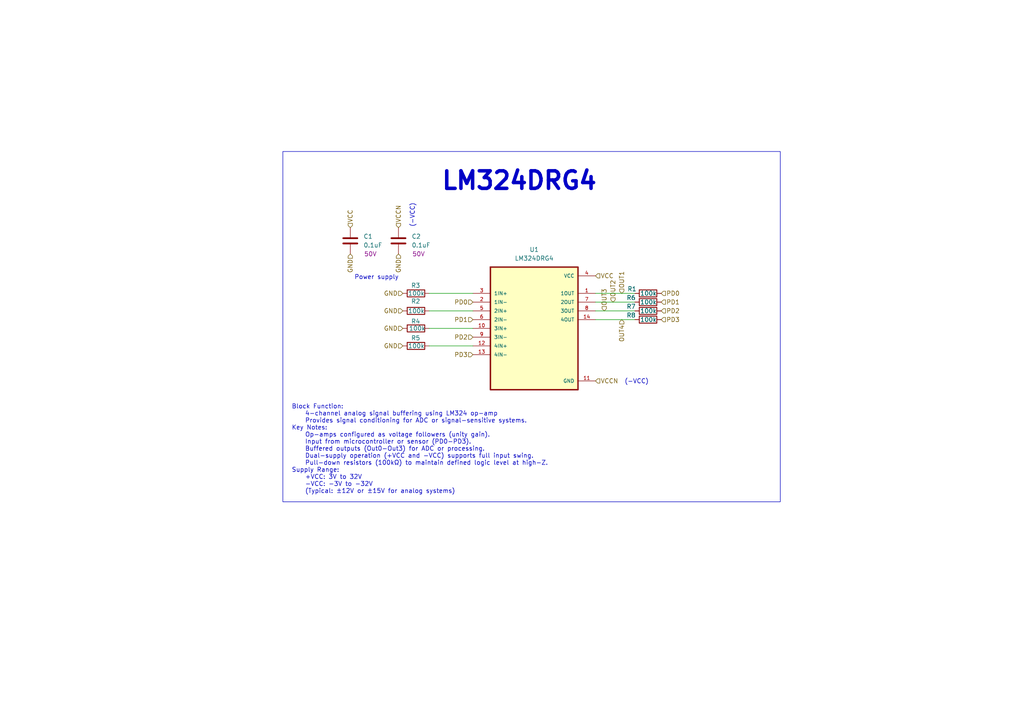
<source format=kicad_sch>
(kicad_sch (version 20250114) (generator "eeschema") (generator_version "9.0")
  (paper "A4")
  (lib_symbols
    (symbol "LM324DRG4:LM324DRG4" (pin_names (offset 1.016))
      (property "Reference" "U" (at -12.7 18.78 0))
      (property "Value" "LM324DRG4" (at -12.7 -21.78 0))
      (symbol "LM324DRG4_0_0"
        (rectangle (start -12.7 -17.78) (end 12.7 17.78) (stroke (width 0.41)) (fill (type background)))
        (pin input line (at -17.78 10.16 0) (length 5.08) (name "1IN+") (number "3"))
        (pin input line (at -17.78 7.62 0) (length 5.08) (name "1IN-") (number "2"))
        (pin input line (at -17.78 5.08 0) (length 5.08) (name "2IN+") (number "5"))
        (pin input line (at -17.78 2.54 0) (length 5.08) (name "2IN-") (number "6"))
        (pin input line (at -17.78 0 0) (length 5.08) (name "3IN+") (number "10"))
        (pin input line (at -17.78 -2.54 0) (length 5.08) (name "3IN-") (number "9"))
        (pin input line (at -17.78 -5.08 0) (length 5.08) (name "4IN+") (number "12"))
        (pin input line (at -17.78 -7.62 0) (length 5.08) (name "4IN-") (number "13"))
        (pin power_in line (at 17.78 15.24 180) (length 5.08) (name "VCC") (number "4"))
        (pin output line (at 17.78 10.16 180) (length 5.08) (name "1OUT") (number "1"))
        (pin output line (at 17.78 7.62 180) (length 5.08) (name "2OUT") (number "7"))
        (pin output line (at 17.78 5.08 180) (length 5.08) (name "3OUT") (number "8"))
        (pin output line (at 17.78 2.54 180) (length 5.08) (name "4OUT") (number "14"))
        (pin power_in line (at 17.78 -15.24 180) (length 5.08) (name "GND") (number "11"))
      )
    )
    (symbol "Library:C" (pin_numbers (hide yes)) (pin_names (offset 0.254))
      (property "Reference" "C" (at 0.635 2.54 0))
      (property "Value" "C" (at 0.635 -2.54 0))
      (symbol "C_0_1"
        (polyline (pts (xy -2.032 0.762) (xy 2.032 0.762)) (stroke (width 0.508)))
        (polyline (pts (xy -2.032 -0.762) (xy 2.032 -0.762)) (stroke (width 0.508)))
      )
      (symbol "C_1_1"
        (pin passive line (at 0 3.81 270) (length 2.794) (name "~") (number "1"))
        (pin passive line (at 0 -3.81 90) (length 2.794) (name "~") (number "2"))
      )
    )
    (symbol "Library:R" (pin_numbers (hide yes)) (pin_names (offset 0))
      (property "Reference" "R" (at 2.032 0 90))
      (property "Value" "R" (at 0 0 90))
      (symbol "R_0_1"
        (rectangle (start -1.016 -2.54) (end 1.016 2.54) (stroke (width 0.254)))
      )
      (symbol "R_1_1"
        (pin passive line (at 0 3.81 270) (length 1.27) (name "~") (number "1"))
        (pin passive line (at 0 -3.81 90) (length 1.27) (name "~") (number "2"))
      )
    )
  )
  (rectangle (start 82.042 43.942) (end 226.314 145.542))
  (text "LM324DRG4" (at 150.622 52.578 0) (effects (font (size 5.08 5.08) (thickness 1.016) (bold yes))))
  (text "Block Function:\n    4-channel analog signal buffering using LM324 op-amp\n    Provides signal conditioning for ADC or signal-sensitive systems.\nKey Notes:\n    Op-amps configured as voltage followers (unity gain).\n    Input from microcontroller or sensor (PD0-PD3).\n    Buffered outputs (Out0-Out3) for ADC or processing.\n    Dual-supply operation (+VCC and -VCC) supports full input swing.\n    Pull-down resistors (100kΩ) to maintain defined logic level at high-Z.\nSupply Range:\n    +VCC: 3V to 32V\n    -VCC: -3V to -32V\n    (Typical: ±12V or ±15V for analog systems)" (at 84.582 130.302 0) (effects (font (size 1.27 1.27)) (justify left)))
  (text "(-VCC)" (at 184.658 110.744 0) (effects (font (size 1.27 1.27))))
  (text "Power supply\n" (at 109.22 80.518 0) (effects (font (size 1.27 1.27))))
  (text "(-VCC)" (at 119.634 62.484 90) (effects (font (size 1.27 1.27))))
  (wire (pts (xy 172.72 85.09) (xy 184.15 85.09)))
  (wire (pts (xy 124.46 100.33) (xy 137.16 100.33)))
  (wire (pts (xy 124.46 95.25) (xy 137.16 95.25)))
  (wire (pts (xy 172.72 92.71) (xy 184.15 92.71)))
  (wire (pts (xy 172.72 87.63) (xy 184.15 87.63)))
  (wire (pts (xy 124.46 85.09) (xy 137.16 85.09)))
  (wire (pts (xy 172.72 90.17) (xy 184.15 90.17)))
  (wire (pts (xy 124.46 90.17) (xy 137.16 90.17)))
  (hierarchical_label "VCCN" (shape input) (at 172.72 110.49 0))
  (hierarchical_label "PD1" (shape input) (at 191.77 87.63 0))
  (hierarchical_label "PD3" (shape input) (at 137.16 102.87 180))
  (hierarchical_label "GND" (shape input) (at 116.84 85.09 180))
  (hierarchical_label "GND" (shape input) (at 116.84 95.25 180))
  (hierarchical_label "GND" (shape input) (at 116.84 100.33 180))
  (hierarchical_label "PD0" (shape input) (at 191.77 85.09 0))
  (hierarchical_label "OUT3" (shape input) (at 175.26 90.17 90))
  (hierarchical_label "PD2" (shape input) (at 137.16 97.79 180))
  (hierarchical_label "GND" (shape input) (at 101.6 73.66 270))
  (hierarchical_label "PD1" (shape input) (at 137.16 92.71 180))
  (hierarchical_label "GND" (shape input) (at 115.57 73.66 270))
  (hierarchical_label "OUT4" (shape input) (at 180.34 92.71 270))
  (hierarchical_label "PD0" (shape input) (at 137.16 87.63 180))
  (hierarchical_label "OUT1" (shape input) (at 180.34 85.09 90))
  (hierarchical_label "PD3" (shape input) (at 191.77 92.71 0))
  (hierarchical_label "VCC" (shape input) (at 172.72 80.01 0))
  (hierarchical_label "OUT2" (shape input) (at 177.8 87.63 90))
  (hierarchical_label "GND" (shape input) (at 116.84 90.17 180))
  (hierarchical_label "VCCN" (shape input) (at 115.57 66.04 90))
  (hierarchical_label "PD2" (shape input) (at 191.77 90.17 0))
  (hierarchical_label "VCC" (shape input) (at 101.6 66.04 90))
  (symbol (lib_id "Library:R") (at 120.65 100.33 90) (unit 1)
    (property "Reference" "R5" (at 121.92 98.044 90) (effects (justify left)))
    (property "Value" "100k" (at 123.19 100.33 90) (effects (justify left)))
    (property "Footprint" "Resistor_SMD:R_0603_1608Metric" (effects (hide yes)))
    (property "Description" "Resistor" (effects (hide yes)))
    (property "package" "0603" (effects (hide yes)))
    (property "LCSC_part#" "C14675" (effects (hide yes)))
    (property "MPN" "RC0603FR-07100KL" (effects (hide yes)))
  )
  (symbol (lib_id "Library:R") (at 187.96 85.09 90) (unit 1)
    (property "Reference" "R1" (at 184.658 83.82 90) (effects (justify left)))
    (property "Value" "100k" (at 190.5 85.09 90) (effects (justify left)))
    (property "Footprint" "Resistor_SMD:R_0603_1608Metric" (effects (hide yes)))
    (property "Description" "Resistor" (effects (hide yes)))
    (property "package" "0603" (effects (hide yes)))
    (property "LCSC_part#" "C14675" (effects (hide yes)))
    (property "MPN" "RC0603FR-07100KL" (effects (hide yes)))
  )
  (symbol (lib_id "Library:R") (at 120.65 90.17 90) (unit 1)
    (property "Reference" "R2" (at 121.92 87.376 90) (effects (justify left)))
    (property "Value" "100k" (at 123.19 90.17 90) (effects (justify left)))
    (property "Footprint" "Resistor_SMD:R_0603_1608Metric" (effects (hide yes)))
    (property "Description" "Resistor" (effects (hide yes)))
    (property "package" "0603" (effects (hide yes)))
    (property "LCSC_part#" "C14675" (effects (hide yes)))
    (property "MPN" "RC0603FR-07100KL" (effects (hide yes)))
  )
  (symbol (lib_id "Library:R") (at 187.96 90.17 90) (unit 1)
    (property "Reference" "R7" (at 184.404 88.9 90) (effects (justify left)))
    (property "Value" "100k" (at 190.5 90.17 90) (effects (justify left)))
    (property "Footprint" "Resistor_SMD:R_0603_1608Metric" (effects (hide yes)))
    (property "Description" "Resistor" (effects (hide yes)))
    (property "package" "0603" (effects (hide yes)))
    (property "LCSC_part#" "C14675" (effects (hide yes)))
    (property "MPN" "RC0603FR-07100KL" (effects (hide yes)))
  )
  (symbol (lib_id "Library:C") (at 115.57 69.85 0) (unit 1)
    (property "Reference" "C2" (at 119.38 68.5799 0) (effects (justify left)))
    (property "Value" "0.1uF" (at 119.38 71.1199 0) (effects (justify left)))
    (property "Footprint" "Capacitor_SMD:C_0603_1608Metric" (effects (hide yes)))
    (property "Description" "Unpolarized capacitor" (effects (hide yes)))
    (property "package" "0603" (effects (hide yes)))
    (property "LCSC_part#" "C14663" (effects (hide yes)))
    (property "MPN" "CC0603KRX7R9BB104" (effects (hide yes)))
    (property "Voltage" "50V" (at 121.412 73.66 0))
  )
  (symbol (lib_id "Library:R") (at 120.65 95.25 90) (unit 1)
    (property "Reference" "R4" (at 121.92 93.218 90) (effects (justify left)))
    (property "Value" "100k" (at 123.444 95.25 90) (effects (justify left)))
    (property "Footprint" "Resistor_SMD:R_0603_1608Metric" (effects (hide yes)))
    (property "Description" "Resistor" (effects (hide yes)))
    (property "package" "0603" (effects (hide yes)))
    (property "LCSC_part#" "C14675" (effects (hide yes)))
    (property "MPN" "RC0603FR-07100KL" (effects (hide yes)))
  )
  (symbol (lib_id "Library:R") (at 187.96 92.71 90) (unit 1)
    (property "Reference" "R8" (at 184.404 91.44 90) (effects (justify left)))
    (property "Value" "100k" (at 190.5 92.71 90) (effects (justify left)))
    (property "Footprint" "Resistor_SMD:R_0603_1608Metric" (effects (hide yes)))
    (property "Description" "Resistor" (effects (hide yes)))
    (property "package" "0603" (effects (hide yes)))
    (property "LCSC_part#" "C14675" (effects (hide yes)))
    (property "MPN" "RC0603FR-07100KL" (effects (hide yes)))
  )
  (symbol (lib_id "Library:C") (at 101.6 69.85 0) (unit 1)
    (property "Reference" "C1" (at 105.41 68.5799 0) (effects (justify left)))
    (property "Value" "0.1uF" (at 105.41 71.1199 0) (effects (justify left)))
    (property "Footprint" "Capacitor_SMD:C_0603_1608Metric" (effects (hide yes)))
    (property "Description" "Unpolarized capacitor" (effects (hide yes)))
    (property "package" "0603" (effects (hide yes)))
    (property "LCSC_part#" "C14663" (effects (hide yes)))
    (property "MPN" "CC0603KRX7R9BB104" (effects (hide yes)))
    (property "Voltage" "50V" (at 107.442 73.66 0))
  )
  (symbol (lib_id "Library:R") (at 120.65 85.09 90) (unit 1)
    (property "Reference" "R3" (at 121.92 82.804 90) (effects (justify left)))
    (property "Value" "100k" (at 123.19 85.09 90) (effects (justify left)))
    (property "Footprint" "Resistor_SMD:R_0603_1608Metric" (effects (hide yes)))
    (property "Description" "Resistor" (effects (hide yes)))
    (property "package" "0603" (effects (hide yes)))
    (property "LCSC_part#" "C14675" (effects (hide yes)))
    (property "MPN" "RC0603FR-07100KL" (effects (hide yes)))
  )
  (symbol (lib_id "Library:R") (at 187.96 87.63 90) (unit 1)
    (property "Reference" "R6" (at 184.404 86.36 90) (effects (justify left)))
    (property "Value" "100k" (at 190.5 87.63 90) (effects (justify left)))
    (property "Footprint" "Resistor_SMD:R_0603_1608Metric" (effects (hide yes)))
    (property "Description" "Resistor" (effects (hide yes)))
    (property "package" "0603" (effects (hide yes)))
    (property "LCSC_part#" "C14675" (effects (hide yes)))
    (property "MPN" "RC0603FR-07100KL" (effects (hide yes)))
  )
  (symbol (lib_id "LM324DRG4:LM324DRG4") (at 154.94 95.25 0) (unit 1)
    (property "Reference" "U1" (at 154.94 72.39 0))
    (property "Value" "LM324DRG4" (at 154.94 74.93 0))
    (property "Footprint" "LM324DRG4:SOIC127P600X175-14N" (effects (hide yes)))
    (property "LCSC_part#" "C2870322" (effects (hide yes)))
    (property "MPN" "LM324DRG4" (effects (hide yes)))
  )
)
</source>
